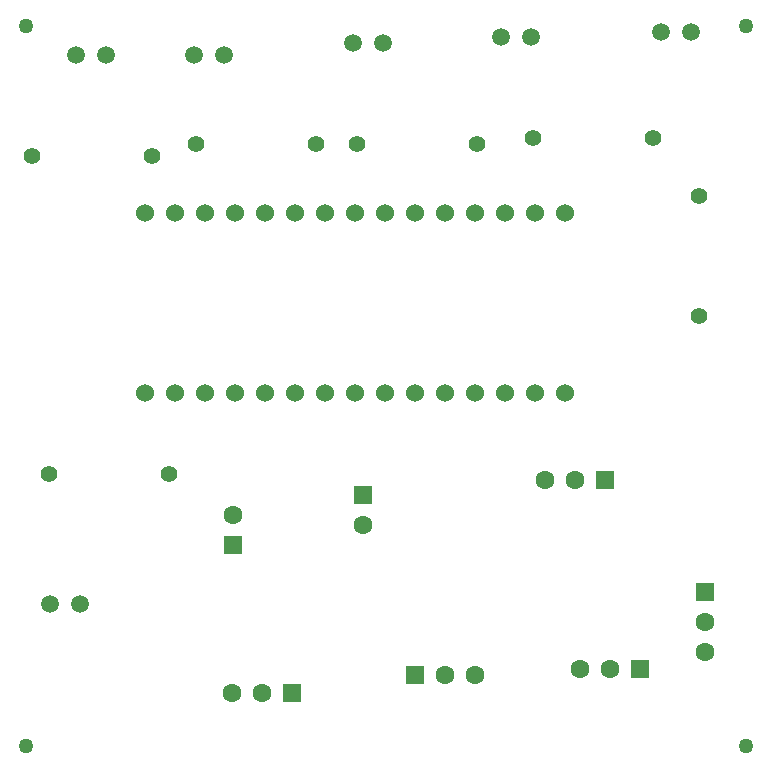
<source format=gtl>
G04*
G04 #@! TF.GenerationSoftware,Altium Limited,Altium Designer,22.6.1 (34)*
G04*
G04 Layer_Physical_Order=1*
G04 Layer_Color=255*
%FSLAX24Y24*%
%MOIN*%
G70*
G04*
G04 #@! TF.SameCoordinates,6E773C18-5622-4DD5-A5AB-6A1A1A176540*
G04*
G04*
G04 #@! TF.FilePolarity,Positive*
G04*
G01*
G75*
%ADD22C,0.0630*%
%ADD23R,0.0630X0.0630*%
%ADD24C,0.0600*%
%ADD25C,0.0591*%
%ADD26C,0.0551*%
%ADD27R,0.0630X0.0630*%
%ADD28C,0.0500*%
D22*
X7677Y8480D02*
D03*
X12008Y8161D02*
D03*
X8646Y2559D02*
D03*
X7646D02*
D03*
X19079Y9646D02*
D03*
X18079D02*
D03*
X20260Y3346D02*
D03*
X19260D02*
D03*
X14764Y3150D02*
D03*
X15764D02*
D03*
X23425Y4921D02*
D03*
Y3921D02*
D03*
D23*
X7677Y7480D02*
D03*
X12008Y9161D02*
D03*
X23425Y5921D02*
D03*
D24*
X18764Y18551D02*
D03*
X17764D02*
D03*
X16764D02*
D03*
X15764D02*
D03*
X14764D02*
D03*
X13764D02*
D03*
X12764D02*
D03*
X11764D02*
D03*
X10764D02*
D03*
X9764D02*
D03*
X8764D02*
D03*
X7764D02*
D03*
X6764D02*
D03*
X5764D02*
D03*
X4764D02*
D03*
Y12551D02*
D03*
X5764D02*
D03*
X6764D02*
D03*
X7764D02*
D03*
X8764D02*
D03*
X9764D02*
D03*
X10764D02*
D03*
X11764D02*
D03*
X12764D02*
D03*
X13764D02*
D03*
X14764D02*
D03*
X15764D02*
D03*
X16764D02*
D03*
X17764D02*
D03*
X18764D02*
D03*
D25*
X2453Y23819D02*
D03*
X3453D02*
D03*
X7390D02*
D03*
X6390D02*
D03*
X11705Y24213D02*
D03*
X12705D02*
D03*
X17626Y24409D02*
D03*
X16626D02*
D03*
X21941Y24606D02*
D03*
X22941D02*
D03*
X1575Y5512D02*
D03*
X2575D02*
D03*
D26*
X4984Y20472D02*
D03*
X984D02*
D03*
X6465Y20866D02*
D03*
X10465D02*
D03*
X11811D02*
D03*
X15811D02*
D03*
X21685Y21063D02*
D03*
X17685D02*
D03*
X23228Y19126D02*
D03*
Y15126D02*
D03*
X5543Y9843D02*
D03*
X1543D02*
D03*
D27*
X9646Y2559D02*
D03*
X20079Y9646D02*
D03*
X21260Y3346D02*
D03*
X13764Y3150D02*
D03*
D28*
X24803Y24803D02*
D03*
Y787D02*
D03*
X787D02*
D03*
Y24803D02*
D03*
M02*

</source>
